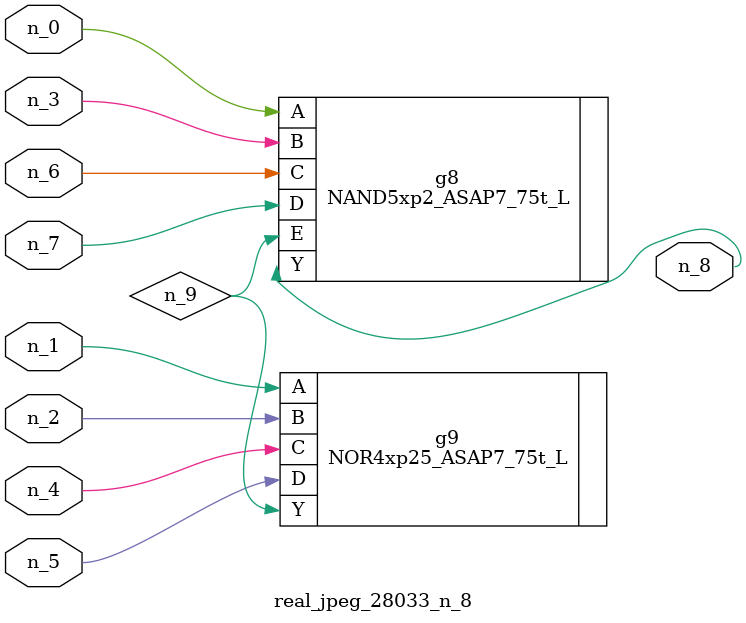
<source format=v>
module real_jpeg_28033_n_8 (n_5, n_4, n_0, n_1, n_2, n_6, n_7, n_3, n_8);

input n_5;
input n_4;
input n_0;
input n_1;
input n_2;
input n_6;
input n_7;
input n_3;

output n_8;

wire n_9;

NAND5xp2_ASAP7_75t_L g8 ( 
.A(n_0),
.B(n_3),
.C(n_6),
.D(n_7),
.E(n_9),
.Y(n_8)
);

NOR4xp25_ASAP7_75t_L g9 ( 
.A(n_1),
.B(n_2),
.C(n_4),
.D(n_5),
.Y(n_9)
);


endmodule
</source>
